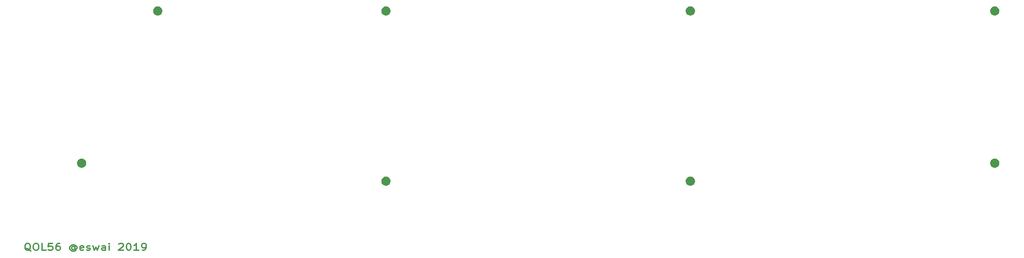
<source format=gts>
G04 #@! TF.GenerationSoftware,KiCad,Pcbnew,(5.0.2-4-g3082e92af)*
G04 #@! TF.CreationDate,2019-03-02T21:10:19+01:00*
G04 #@! TF.ProjectId,ortho56,6f727468-6f35-4362-9e6b-696361645f70,rev?*
G04 #@! TF.SameCoordinates,Original*
G04 #@! TF.FileFunction,Soldermask,Top*
G04 #@! TF.FilePolarity,Negative*
%FSLAX46Y46*%
G04 Gerber Fmt 4.6, Leading zero omitted, Abs format (unit mm)*
G04 Created by KiCad (PCBNEW (5.0.2-4-g3082e92af)) date 2019 March 02, Saturday 21:10:19*
%MOMM*%
%LPD*%
G01*
G04 APERTURE LIST*
%ADD10C,0.300000*%
%ADD11C,0.100000*%
G04 APERTURE END LIST*
D10*
X22118214Y-99702202D02*
X21927738Y-99621250D01*
X21737261Y-99459345D01*
X21451547Y-99216488D01*
X21261071Y-99135535D01*
X21070595Y-99135535D01*
X21165833Y-99540297D02*
X20975357Y-99459345D01*
X20784880Y-99297440D01*
X20689642Y-98973630D01*
X20689642Y-98406964D01*
X20784880Y-98083154D01*
X20975357Y-97921250D01*
X21165833Y-97840297D01*
X21546785Y-97840297D01*
X21737261Y-97921250D01*
X21927738Y-98083154D01*
X22022976Y-98406964D01*
X22022976Y-98973630D01*
X21927738Y-99297440D01*
X21737261Y-99459345D01*
X21546785Y-99540297D01*
X21165833Y-99540297D01*
X23261071Y-97840297D02*
X23642023Y-97840297D01*
X23832499Y-97921250D01*
X24022976Y-98083154D01*
X24118214Y-98406964D01*
X24118214Y-98973630D01*
X24022976Y-99297440D01*
X23832499Y-99459345D01*
X23642023Y-99540297D01*
X23261071Y-99540297D01*
X23070595Y-99459345D01*
X22880119Y-99297440D01*
X22784880Y-98973630D01*
X22784880Y-98406964D01*
X22880119Y-98083154D01*
X23070595Y-97921250D01*
X23261071Y-97840297D01*
X25927738Y-99540297D02*
X24975357Y-99540297D01*
X24975357Y-97840297D01*
X27546785Y-97840297D02*
X26594404Y-97840297D01*
X26499166Y-98649821D01*
X26594404Y-98568869D01*
X26784880Y-98487916D01*
X27261071Y-98487916D01*
X27451547Y-98568869D01*
X27546785Y-98649821D01*
X27642023Y-98811726D01*
X27642023Y-99216488D01*
X27546785Y-99378392D01*
X27451547Y-99459345D01*
X27261071Y-99540297D01*
X26784880Y-99540297D01*
X26594404Y-99459345D01*
X26499166Y-99378392D01*
X29356309Y-97840297D02*
X28975357Y-97840297D01*
X28784880Y-97921250D01*
X28689642Y-98002202D01*
X28499166Y-98245059D01*
X28403928Y-98568869D01*
X28403928Y-99216488D01*
X28499166Y-99378392D01*
X28594404Y-99459345D01*
X28784880Y-99540297D01*
X29165833Y-99540297D01*
X29356309Y-99459345D01*
X29451547Y-99378392D01*
X29546785Y-99216488D01*
X29546785Y-98811726D01*
X29451547Y-98649821D01*
X29356309Y-98568869D01*
X29165833Y-98487916D01*
X28784880Y-98487916D01*
X28594404Y-98568869D01*
X28499166Y-98649821D01*
X28403928Y-98811726D01*
X33165833Y-98730773D02*
X33070595Y-98649821D01*
X32880119Y-98568869D01*
X32689642Y-98568869D01*
X32499166Y-98649821D01*
X32403928Y-98730773D01*
X32308690Y-98892678D01*
X32308690Y-99054583D01*
X32403928Y-99216488D01*
X32499166Y-99297440D01*
X32689642Y-99378392D01*
X32880119Y-99378392D01*
X33070595Y-99297440D01*
X33165833Y-99216488D01*
X33165833Y-98568869D02*
X33165833Y-99216488D01*
X33261071Y-99297440D01*
X33356309Y-99297440D01*
X33546785Y-99216488D01*
X33642023Y-99054583D01*
X33642023Y-98649821D01*
X33451547Y-98406964D01*
X33165833Y-98245059D01*
X32784880Y-98164107D01*
X32403928Y-98245059D01*
X32118214Y-98406964D01*
X31927738Y-98649821D01*
X31832499Y-98973630D01*
X31927738Y-99297440D01*
X32118214Y-99540297D01*
X32403928Y-99702202D01*
X32784880Y-99783154D01*
X33165833Y-99702202D01*
X33451547Y-99540297D01*
X35261071Y-99459345D02*
X35070595Y-99540297D01*
X34689642Y-99540297D01*
X34499166Y-99459345D01*
X34403928Y-99297440D01*
X34403928Y-98649821D01*
X34499166Y-98487916D01*
X34689642Y-98406964D01*
X35070595Y-98406964D01*
X35261071Y-98487916D01*
X35356309Y-98649821D01*
X35356309Y-98811726D01*
X34403928Y-98973630D01*
X36118214Y-99459345D02*
X36308690Y-99540297D01*
X36689642Y-99540297D01*
X36880119Y-99459345D01*
X36975357Y-99297440D01*
X36975357Y-99216488D01*
X36880119Y-99054583D01*
X36689642Y-98973630D01*
X36403928Y-98973630D01*
X36213452Y-98892678D01*
X36118214Y-98730773D01*
X36118214Y-98649821D01*
X36213452Y-98487916D01*
X36403928Y-98406964D01*
X36689642Y-98406964D01*
X36880119Y-98487916D01*
X37642023Y-98406964D02*
X38022976Y-99540297D01*
X38403928Y-98730773D01*
X38784880Y-99540297D01*
X39165833Y-98406964D01*
X40784880Y-99540297D02*
X40784880Y-98649821D01*
X40689642Y-98487916D01*
X40499166Y-98406964D01*
X40118214Y-98406964D01*
X39927738Y-98487916D01*
X40784880Y-99459345D02*
X40594404Y-99540297D01*
X40118214Y-99540297D01*
X39927738Y-99459345D01*
X39832499Y-99297440D01*
X39832499Y-99135535D01*
X39927738Y-98973630D01*
X40118214Y-98892678D01*
X40594404Y-98892678D01*
X40784880Y-98811726D01*
X41737261Y-99540297D02*
X41737261Y-98406964D01*
X41737261Y-97840297D02*
X41642023Y-97921250D01*
X41737261Y-98002202D01*
X41832499Y-97921250D01*
X41737261Y-97840297D01*
X41737261Y-98002202D01*
X44118214Y-98002202D02*
X44213452Y-97921250D01*
X44403928Y-97840297D01*
X44880119Y-97840297D01*
X45070595Y-97921250D01*
X45165833Y-98002202D01*
X45261071Y-98164107D01*
X45261071Y-98326011D01*
X45165833Y-98568869D01*
X44022976Y-99540297D01*
X45261071Y-99540297D01*
X46499166Y-97840297D02*
X46689642Y-97840297D01*
X46880119Y-97921250D01*
X46975357Y-98002202D01*
X47070595Y-98164107D01*
X47165833Y-98487916D01*
X47165833Y-98892678D01*
X47070595Y-99216488D01*
X46975357Y-99378392D01*
X46880119Y-99459345D01*
X46689642Y-99540297D01*
X46499166Y-99540297D01*
X46308690Y-99459345D01*
X46213452Y-99378392D01*
X46118214Y-99216488D01*
X46022976Y-98892678D01*
X46022976Y-98487916D01*
X46118214Y-98164107D01*
X46213452Y-98002202D01*
X46308690Y-97921250D01*
X46499166Y-97840297D01*
X49070595Y-99540297D02*
X47927738Y-99540297D01*
X48499166Y-99540297D02*
X48499166Y-97840297D01*
X48308690Y-98083154D01*
X48118214Y-98245059D01*
X47927738Y-98326011D01*
X50022976Y-99540297D02*
X50403928Y-99540297D01*
X50594404Y-99459345D01*
X50689642Y-99378392D01*
X50880119Y-99135535D01*
X50975357Y-98811726D01*
X50975357Y-98164107D01*
X50880119Y-98002202D01*
X50784880Y-97921250D01*
X50594404Y-97840297D01*
X50213452Y-97840297D01*
X50022976Y-97921250D01*
X49927738Y-98002202D01*
X49832499Y-98164107D01*
X49832499Y-98568869D01*
X49927738Y-98730773D01*
X50022976Y-98811726D01*
X50213452Y-98892678D01*
X50594404Y-98892678D01*
X50784880Y-98811726D01*
X50880119Y-98730773D01*
X50975357Y-98568869D01*
D11*
G36*
X187168234Y-81164482D02*
X187377702Y-81251246D01*
X187566223Y-81377212D01*
X187726538Y-81537527D01*
X187852504Y-81726048D01*
X187939268Y-81935516D01*
X187983500Y-82157885D01*
X187983500Y-82384615D01*
X187939268Y-82606984D01*
X187852504Y-82816452D01*
X187726538Y-83004973D01*
X187566223Y-83165288D01*
X187377702Y-83291254D01*
X187168234Y-83378018D01*
X186945865Y-83422250D01*
X186719135Y-83422250D01*
X186496766Y-83378018D01*
X186287298Y-83291254D01*
X186098777Y-83165288D01*
X185938462Y-83004973D01*
X185812496Y-82816452D01*
X185725732Y-82606984D01*
X185681500Y-82384615D01*
X185681500Y-82157885D01*
X185725732Y-81935516D01*
X185812496Y-81726048D01*
X185938462Y-81537527D01*
X186098777Y-81377212D01*
X186287298Y-81251246D01*
X186496766Y-81164482D01*
X186719135Y-81120250D01*
X186945865Y-81120250D01*
X187168234Y-81164482D01*
X187168234Y-81164482D01*
G37*
G36*
X111168234Y-81164482D02*
X111377702Y-81251246D01*
X111566223Y-81377212D01*
X111726538Y-81537527D01*
X111852504Y-81726048D01*
X111939268Y-81935516D01*
X111983500Y-82157885D01*
X111983500Y-82384615D01*
X111939268Y-82606984D01*
X111852504Y-82816452D01*
X111726538Y-83004973D01*
X111566223Y-83165288D01*
X111377702Y-83291254D01*
X111168234Y-83378018D01*
X110945865Y-83422250D01*
X110719135Y-83422250D01*
X110496766Y-83378018D01*
X110287298Y-83291254D01*
X110098777Y-83165288D01*
X109938462Y-83004973D01*
X109812496Y-82816452D01*
X109725732Y-82606984D01*
X109681500Y-82384615D01*
X109681500Y-82157885D01*
X109725732Y-81935516D01*
X109812496Y-81726048D01*
X109938462Y-81537527D01*
X110098777Y-81377212D01*
X110287298Y-81251246D01*
X110496766Y-81164482D01*
X110719135Y-81120250D01*
X110945865Y-81120250D01*
X111168234Y-81164482D01*
X111168234Y-81164482D01*
G37*
G36*
X263168234Y-76664482D02*
X263377702Y-76751246D01*
X263566223Y-76877212D01*
X263726538Y-77037527D01*
X263852504Y-77226048D01*
X263939268Y-77435516D01*
X263983500Y-77657885D01*
X263983500Y-77884615D01*
X263939268Y-78106984D01*
X263852504Y-78316452D01*
X263726538Y-78504973D01*
X263566223Y-78665288D01*
X263377702Y-78791254D01*
X263168234Y-78878018D01*
X262945865Y-78922250D01*
X262719135Y-78922250D01*
X262496766Y-78878018D01*
X262287298Y-78791254D01*
X262098777Y-78665288D01*
X261938462Y-78504973D01*
X261812496Y-78316452D01*
X261725732Y-78106984D01*
X261681500Y-77884615D01*
X261681500Y-77657885D01*
X261725732Y-77435516D01*
X261812496Y-77226048D01*
X261938462Y-77037527D01*
X262098777Y-76877212D01*
X262287298Y-76751246D01*
X262496766Y-76664482D01*
X262719135Y-76620250D01*
X262945865Y-76620250D01*
X263168234Y-76664482D01*
X263168234Y-76664482D01*
G37*
G36*
X35168234Y-76664482D02*
X35377702Y-76751246D01*
X35566223Y-76877212D01*
X35726538Y-77037527D01*
X35852504Y-77226048D01*
X35939268Y-77435516D01*
X35983500Y-77657885D01*
X35983500Y-77884615D01*
X35939268Y-78106984D01*
X35852504Y-78316452D01*
X35726538Y-78504973D01*
X35566223Y-78665288D01*
X35377702Y-78791254D01*
X35168234Y-78878018D01*
X34945865Y-78922250D01*
X34719135Y-78922250D01*
X34496766Y-78878018D01*
X34287298Y-78791254D01*
X34098777Y-78665288D01*
X33938462Y-78504973D01*
X33812496Y-78316452D01*
X33725732Y-78106984D01*
X33681500Y-77884615D01*
X33681500Y-77657885D01*
X33725732Y-77435516D01*
X33812496Y-77226048D01*
X33938462Y-77037527D01*
X34098777Y-76877212D01*
X34287298Y-76751246D01*
X34496766Y-76664482D01*
X34719135Y-76620250D01*
X34945865Y-76620250D01*
X35168234Y-76664482D01*
X35168234Y-76664482D01*
G37*
G36*
X263168234Y-38664482D02*
X263377702Y-38751246D01*
X263566223Y-38877212D01*
X263726538Y-39037527D01*
X263852504Y-39226048D01*
X263939268Y-39435516D01*
X263983500Y-39657885D01*
X263983500Y-39884615D01*
X263939268Y-40106984D01*
X263852504Y-40316452D01*
X263726538Y-40504973D01*
X263566223Y-40665288D01*
X263377702Y-40791254D01*
X263168234Y-40878018D01*
X262945865Y-40922250D01*
X262719135Y-40922250D01*
X262496766Y-40878018D01*
X262287298Y-40791254D01*
X262098777Y-40665288D01*
X261938462Y-40504973D01*
X261812496Y-40316452D01*
X261725732Y-40106984D01*
X261681500Y-39884615D01*
X261681500Y-39657885D01*
X261725732Y-39435516D01*
X261812496Y-39226048D01*
X261938462Y-39037527D01*
X262098777Y-38877212D01*
X262287298Y-38751246D01*
X262496766Y-38664482D01*
X262719135Y-38620250D01*
X262945865Y-38620250D01*
X263168234Y-38664482D01*
X263168234Y-38664482D01*
G37*
G36*
X187168234Y-38664482D02*
X187377702Y-38751246D01*
X187566223Y-38877212D01*
X187726538Y-39037527D01*
X187852504Y-39226048D01*
X187939268Y-39435516D01*
X187983500Y-39657885D01*
X187983500Y-39884615D01*
X187939268Y-40106984D01*
X187852504Y-40316452D01*
X187726538Y-40504973D01*
X187566223Y-40665288D01*
X187377702Y-40791254D01*
X187168234Y-40878018D01*
X186945865Y-40922250D01*
X186719135Y-40922250D01*
X186496766Y-40878018D01*
X186287298Y-40791254D01*
X186098777Y-40665288D01*
X185938462Y-40504973D01*
X185812496Y-40316452D01*
X185725732Y-40106984D01*
X185681500Y-39884615D01*
X185681500Y-39657885D01*
X185725732Y-39435516D01*
X185812496Y-39226048D01*
X185938462Y-39037527D01*
X186098777Y-38877212D01*
X186287298Y-38751246D01*
X186496766Y-38664482D01*
X186719135Y-38620250D01*
X186945865Y-38620250D01*
X187168234Y-38664482D01*
X187168234Y-38664482D01*
G37*
G36*
X111168234Y-38664482D02*
X111377702Y-38751246D01*
X111566223Y-38877212D01*
X111726538Y-39037527D01*
X111852504Y-39226048D01*
X111939268Y-39435516D01*
X111983500Y-39657885D01*
X111983500Y-39884615D01*
X111939268Y-40106984D01*
X111852504Y-40316452D01*
X111726538Y-40504973D01*
X111566223Y-40665288D01*
X111377702Y-40791254D01*
X111168234Y-40878018D01*
X110945865Y-40922250D01*
X110719135Y-40922250D01*
X110496766Y-40878018D01*
X110287298Y-40791254D01*
X110098777Y-40665288D01*
X109938462Y-40504973D01*
X109812496Y-40316452D01*
X109725732Y-40106984D01*
X109681500Y-39884615D01*
X109681500Y-39657885D01*
X109725732Y-39435516D01*
X109812496Y-39226048D01*
X109938462Y-39037527D01*
X110098777Y-38877212D01*
X110287298Y-38751246D01*
X110496766Y-38664482D01*
X110719135Y-38620250D01*
X110945865Y-38620250D01*
X111168234Y-38664482D01*
X111168234Y-38664482D01*
G37*
G36*
X54168234Y-38664482D02*
X54377702Y-38751246D01*
X54566223Y-38877212D01*
X54726538Y-39037527D01*
X54852504Y-39226048D01*
X54939268Y-39435516D01*
X54983500Y-39657885D01*
X54983500Y-39884615D01*
X54939268Y-40106984D01*
X54852504Y-40316452D01*
X54726538Y-40504973D01*
X54566223Y-40665288D01*
X54377702Y-40791254D01*
X54168234Y-40878018D01*
X53945865Y-40922250D01*
X53719135Y-40922250D01*
X53496766Y-40878018D01*
X53287298Y-40791254D01*
X53098777Y-40665288D01*
X52938462Y-40504973D01*
X52812496Y-40316452D01*
X52725732Y-40106984D01*
X52681500Y-39884615D01*
X52681500Y-39657885D01*
X52725732Y-39435516D01*
X52812496Y-39226048D01*
X52938462Y-39037527D01*
X53098777Y-38877212D01*
X53287298Y-38751246D01*
X53496766Y-38664482D01*
X53719135Y-38620250D01*
X53945865Y-38620250D01*
X54168234Y-38664482D01*
X54168234Y-38664482D01*
G37*
M02*

</source>
